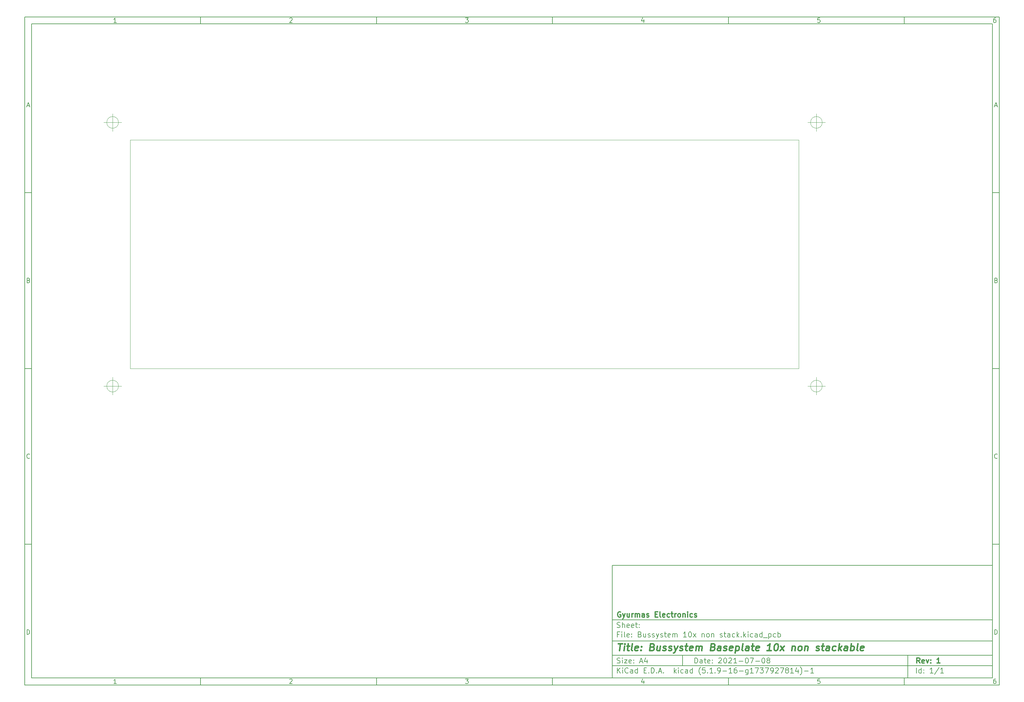
<source format=gbr>
%TF.GenerationSoftware,KiCad,Pcbnew,(5.1.9-16-g1737927814)-1*%
%TF.CreationDate,2021-07-08T15:56:40+02:00*%
%TF.ProjectId,Bussystem 10x non stack,42757373-7973-4746-956d-20313078206e,1*%
%TF.SameCoordinates,Original*%
%TF.FileFunction,Profile,NP*%
%FSLAX46Y46*%
G04 Gerber Fmt 4.6, Leading zero omitted, Abs format (unit mm)*
G04 Created by KiCad (PCBNEW (5.1.9-16-g1737927814)-1) date 2021-07-08 15:56:40*
%MOMM*%
%LPD*%
G01*
G04 APERTURE LIST*
%ADD10C,0.100000*%
%ADD11C,0.150000*%
%ADD12C,0.300000*%
%ADD13C,0.400000*%
%TA.AperFunction,Profile*%
%ADD14C,0.100000*%
%TD*%
G04 APERTURE END LIST*
D10*
D11*
X177002200Y-166007200D02*
X177002200Y-198007200D01*
X285002200Y-198007200D01*
X285002200Y-166007200D01*
X177002200Y-166007200D01*
D10*
D11*
X10000000Y-10000000D02*
X10000000Y-200007200D01*
X287002200Y-200007200D01*
X287002200Y-10000000D01*
X10000000Y-10000000D01*
D10*
D11*
X12000000Y-12000000D02*
X12000000Y-198007200D01*
X285002200Y-198007200D01*
X285002200Y-12000000D01*
X12000000Y-12000000D01*
D10*
D11*
X60000000Y-12000000D02*
X60000000Y-10000000D01*
D10*
D11*
X110000000Y-12000000D02*
X110000000Y-10000000D01*
D10*
D11*
X160000000Y-12000000D02*
X160000000Y-10000000D01*
D10*
D11*
X210000000Y-12000000D02*
X210000000Y-10000000D01*
D10*
D11*
X260000000Y-12000000D02*
X260000000Y-10000000D01*
D10*
D11*
X36065476Y-11588095D02*
X35322619Y-11588095D01*
X35694047Y-11588095D02*
X35694047Y-10288095D01*
X35570238Y-10473809D01*
X35446428Y-10597619D01*
X35322619Y-10659523D01*
D10*
D11*
X85322619Y-10411904D02*
X85384523Y-10350000D01*
X85508333Y-10288095D01*
X85817857Y-10288095D01*
X85941666Y-10350000D01*
X86003571Y-10411904D01*
X86065476Y-10535714D01*
X86065476Y-10659523D01*
X86003571Y-10845238D01*
X85260714Y-11588095D01*
X86065476Y-11588095D01*
D10*
D11*
X135260714Y-10288095D02*
X136065476Y-10288095D01*
X135632142Y-10783333D01*
X135817857Y-10783333D01*
X135941666Y-10845238D01*
X136003571Y-10907142D01*
X136065476Y-11030952D01*
X136065476Y-11340476D01*
X136003571Y-11464285D01*
X135941666Y-11526190D01*
X135817857Y-11588095D01*
X135446428Y-11588095D01*
X135322619Y-11526190D01*
X135260714Y-11464285D01*
D10*
D11*
X185941666Y-10721428D02*
X185941666Y-11588095D01*
X185632142Y-10226190D02*
X185322619Y-11154761D01*
X186127380Y-11154761D01*
D10*
D11*
X236003571Y-10288095D02*
X235384523Y-10288095D01*
X235322619Y-10907142D01*
X235384523Y-10845238D01*
X235508333Y-10783333D01*
X235817857Y-10783333D01*
X235941666Y-10845238D01*
X236003571Y-10907142D01*
X236065476Y-11030952D01*
X236065476Y-11340476D01*
X236003571Y-11464285D01*
X235941666Y-11526190D01*
X235817857Y-11588095D01*
X235508333Y-11588095D01*
X235384523Y-11526190D01*
X235322619Y-11464285D01*
D10*
D11*
X285941666Y-10288095D02*
X285694047Y-10288095D01*
X285570238Y-10350000D01*
X285508333Y-10411904D01*
X285384523Y-10597619D01*
X285322619Y-10845238D01*
X285322619Y-11340476D01*
X285384523Y-11464285D01*
X285446428Y-11526190D01*
X285570238Y-11588095D01*
X285817857Y-11588095D01*
X285941666Y-11526190D01*
X286003571Y-11464285D01*
X286065476Y-11340476D01*
X286065476Y-11030952D01*
X286003571Y-10907142D01*
X285941666Y-10845238D01*
X285817857Y-10783333D01*
X285570238Y-10783333D01*
X285446428Y-10845238D01*
X285384523Y-10907142D01*
X285322619Y-11030952D01*
D10*
D11*
X60000000Y-198007200D02*
X60000000Y-200007200D01*
D10*
D11*
X110000000Y-198007200D02*
X110000000Y-200007200D01*
D10*
D11*
X160000000Y-198007200D02*
X160000000Y-200007200D01*
D10*
D11*
X210000000Y-198007200D02*
X210000000Y-200007200D01*
D10*
D11*
X260000000Y-198007200D02*
X260000000Y-200007200D01*
D10*
D11*
X36065476Y-199595295D02*
X35322619Y-199595295D01*
X35694047Y-199595295D02*
X35694047Y-198295295D01*
X35570238Y-198481009D01*
X35446428Y-198604819D01*
X35322619Y-198666723D01*
D10*
D11*
X85322619Y-198419104D02*
X85384523Y-198357200D01*
X85508333Y-198295295D01*
X85817857Y-198295295D01*
X85941666Y-198357200D01*
X86003571Y-198419104D01*
X86065476Y-198542914D01*
X86065476Y-198666723D01*
X86003571Y-198852438D01*
X85260714Y-199595295D01*
X86065476Y-199595295D01*
D10*
D11*
X135260714Y-198295295D02*
X136065476Y-198295295D01*
X135632142Y-198790533D01*
X135817857Y-198790533D01*
X135941666Y-198852438D01*
X136003571Y-198914342D01*
X136065476Y-199038152D01*
X136065476Y-199347676D01*
X136003571Y-199471485D01*
X135941666Y-199533390D01*
X135817857Y-199595295D01*
X135446428Y-199595295D01*
X135322619Y-199533390D01*
X135260714Y-199471485D01*
D10*
D11*
X185941666Y-198728628D02*
X185941666Y-199595295D01*
X185632142Y-198233390D02*
X185322619Y-199161961D01*
X186127380Y-199161961D01*
D10*
D11*
X236003571Y-198295295D02*
X235384523Y-198295295D01*
X235322619Y-198914342D01*
X235384523Y-198852438D01*
X235508333Y-198790533D01*
X235817857Y-198790533D01*
X235941666Y-198852438D01*
X236003571Y-198914342D01*
X236065476Y-199038152D01*
X236065476Y-199347676D01*
X236003571Y-199471485D01*
X235941666Y-199533390D01*
X235817857Y-199595295D01*
X235508333Y-199595295D01*
X235384523Y-199533390D01*
X235322619Y-199471485D01*
D10*
D11*
X285941666Y-198295295D02*
X285694047Y-198295295D01*
X285570238Y-198357200D01*
X285508333Y-198419104D01*
X285384523Y-198604819D01*
X285322619Y-198852438D01*
X285322619Y-199347676D01*
X285384523Y-199471485D01*
X285446428Y-199533390D01*
X285570238Y-199595295D01*
X285817857Y-199595295D01*
X285941666Y-199533390D01*
X286003571Y-199471485D01*
X286065476Y-199347676D01*
X286065476Y-199038152D01*
X286003571Y-198914342D01*
X285941666Y-198852438D01*
X285817857Y-198790533D01*
X285570238Y-198790533D01*
X285446428Y-198852438D01*
X285384523Y-198914342D01*
X285322619Y-199038152D01*
D10*
D11*
X10000000Y-60000000D02*
X12000000Y-60000000D01*
D10*
D11*
X10000000Y-110000000D02*
X12000000Y-110000000D01*
D10*
D11*
X10000000Y-160000000D02*
X12000000Y-160000000D01*
D10*
D11*
X10690476Y-35216666D02*
X11309523Y-35216666D01*
X10566666Y-35588095D02*
X11000000Y-34288095D01*
X11433333Y-35588095D01*
D10*
D11*
X11092857Y-84907142D02*
X11278571Y-84969047D01*
X11340476Y-85030952D01*
X11402380Y-85154761D01*
X11402380Y-85340476D01*
X11340476Y-85464285D01*
X11278571Y-85526190D01*
X11154761Y-85588095D01*
X10659523Y-85588095D01*
X10659523Y-84288095D01*
X11092857Y-84288095D01*
X11216666Y-84350000D01*
X11278571Y-84411904D01*
X11340476Y-84535714D01*
X11340476Y-84659523D01*
X11278571Y-84783333D01*
X11216666Y-84845238D01*
X11092857Y-84907142D01*
X10659523Y-84907142D01*
D10*
D11*
X11402380Y-135464285D02*
X11340476Y-135526190D01*
X11154761Y-135588095D01*
X11030952Y-135588095D01*
X10845238Y-135526190D01*
X10721428Y-135402380D01*
X10659523Y-135278571D01*
X10597619Y-135030952D01*
X10597619Y-134845238D01*
X10659523Y-134597619D01*
X10721428Y-134473809D01*
X10845238Y-134350000D01*
X11030952Y-134288095D01*
X11154761Y-134288095D01*
X11340476Y-134350000D01*
X11402380Y-134411904D01*
D10*
D11*
X10659523Y-185588095D02*
X10659523Y-184288095D01*
X10969047Y-184288095D01*
X11154761Y-184350000D01*
X11278571Y-184473809D01*
X11340476Y-184597619D01*
X11402380Y-184845238D01*
X11402380Y-185030952D01*
X11340476Y-185278571D01*
X11278571Y-185402380D01*
X11154761Y-185526190D01*
X10969047Y-185588095D01*
X10659523Y-185588095D01*
D10*
D11*
X287002200Y-60000000D02*
X285002200Y-60000000D01*
D10*
D11*
X287002200Y-110000000D02*
X285002200Y-110000000D01*
D10*
D11*
X287002200Y-160000000D02*
X285002200Y-160000000D01*
D10*
D11*
X285692676Y-35216666D02*
X286311723Y-35216666D01*
X285568866Y-35588095D02*
X286002200Y-34288095D01*
X286435533Y-35588095D01*
D10*
D11*
X286095057Y-84907142D02*
X286280771Y-84969047D01*
X286342676Y-85030952D01*
X286404580Y-85154761D01*
X286404580Y-85340476D01*
X286342676Y-85464285D01*
X286280771Y-85526190D01*
X286156961Y-85588095D01*
X285661723Y-85588095D01*
X285661723Y-84288095D01*
X286095057Y-84288095D01*
X286218866Y-84350000D01*
X286280771Y-84411904D01*
X286342676Y-84535714D01*
X286342676Y-84659523D01*
X286280771Y-84783333D01*
X286218866Y-84845238D01*
X286095057Y-84907142D01*
X285661723Y-84907142D01*
D10*
D11*
X286404580Y-135464285D02*
X286342676Y-135526190D01*
X286156961Y-135588095D01*
X286033152Y-135588095D01*
X285847438Y-135526190D01*
X285723628Y-135402380D01*
X285661723Y-135278571D01*
X285599819Y-135030952D01*
X285599819Y-134845238D01*
X285661723Y-134597619D01*
X285723628Y-134473809D01*
X285847438Y-134350000D01*
X286033152Y-134288095D01*
X286156961Y-134288095D01*
X286342676Y-134350000D01*
X286404580Y-134411904D01*
D10*
D11*
X285661723Y-185588095D02*
X285661723Y-184288095D01*
X285971247Y-184288095D01*
X286156961Y-184350000D01*
X286280771Y-184473809D01*
X286342676Y-184597619D01*
X286404580Y-184845238D01*
X286404580Y-185030952D01*
X286342676Y-185278571D01*
X286280771Y-185402380D01*
X286156961Y-185526190D01*
X285971247Y-185588095D01*
X285661723Y-185588095D01*
D10*
D11*
X200434342Y-193785771D02*
X200434342Y-192285771D01*
X200791485Y-192285771D01*
X201005771Y-192357200D01*
X201148628Y-192500057D01*
X201220057Y-192642914D01*
X201291485Y-192928628D01*
X201291485Y-193142914D01*
X201220057Y-193428628D01*
X201148628Y-193571485D01*
X201005771Y-193714342D01*
X200791485Y-193785771D01*
X200434342Y-193785771D01*
X202577200Y-193785771D02*
X202577200Y-193000057D01*
X202505771Y-192857200D01*
X202362914Y-192785771D01*
X202077200Y-192785771D01*
X201934342Y-192857200D01*
X202577200Y-193714342D02*
X202434342Y-193785771D01*
X202077200Y-193785771D01*
X201934342Y-193714342D01*
X201862914Y-193571485D01*
X201862914Y-193428628D01*
X201934342Y-193285771D01*
X202077200Y-193214342D01*
X202434342Y-193214342D01*
X202577200Y-193142914D01*
X203077200Y-192785771D02*
X203648628Y-192785771D01*
X203291485Y-192285771D02*
X203291485Y-193571485D01*
X203362914Y-193714342D01*
X203505771Y-193785771D01*
X203648628Y-193785771D01*
X204720057Y-193714342D02*
X204577200Y-193785771D01*
X204291485Y-193785771D01*
X204148628Y-193714342D01*
X204077200Y-193571485D01*
X204077200Y-193000057D01*
X204148628Y-192857200D01*
X204291485Y-192785771D01*
X204577200Y-192785771D01*
X204720057Y-192857200D01*
X204791485Y-193000057D01*
X204791485Y-193142914D01*
X204077200Y-193285771D01*
X205434342Y-193642914D02*
X205505771Y-193714342D01*
X205434342Y-193785771D01*
X205362914Y-193714342D01*
X205434342Y-193642914D01*
X205434342Y-193785771D01*
X205434342Y-192857200D02*
X205505771Y-192928628D01*
X205434342Y-193000057D01*
X205362914Y-192928628D01*
X205434342Y-192857200D01*
X205434342Y-193000057D01*
X207220057Y-192428628D02*
X207291485Y-192357200D01*
X207434342Y-192285771D01*
X207791485Y-192285771D01*
X207934342Y-192357200D01*
X208005771Y-192428628D01*
X208077200Y-192571485D01*
X208077200Y-192714342D01*
X208005771Y-192928628D01*
X207148628Y-193785771D01*
X208077200Y-193785771D01*
X209005771Y-192285771D02*
X209148628Y-192285771D01*
X209291485Y-192357200D01*
X209362914Y-192428628D01*
X209434342Y-192571485D01*
X209505771Y-192857200D01*
X209505771Y-193214342D01*
X209434342Y-193500057D01*
X209362914Y-193642914D01*
X209291485Y-193714342D01*
X209148628Y-193785771D01*
X209005771Y-193785771D01*
X208862914Y-193714342D01*
X208791485Y-193642914D01*
X208720057Y-193500057D01*
X208648628Y-193214342D01*
X208648628Y-192857200D01*
X208720057Y-192571485D01*
X208791485Y-192428628D01*
X208862914Y-192357200D01*
X209005771Y-192285771D01*
X210077200Y-192428628D02*
X210148628Y-192357200D01*
X210291485Y-192285771D01*
X210648628Y-192285771D01*
X210791485Y-192357200D01*
X210862914Y-192428628D01*
X210934342Y-192571485D01*
X210934342Y-192714342D01*
X210862914Y-192928628D01*
X210005771Y-193785771D01*
X210934342Y-193785771D01*
X212362914Y-193785771D02*
X211505771Y-193785771D01*
X211934342Y-193785771D02*
X211934342Y-192285771D01*
X211791485Y-192500057D01*
X211648628Y-192642914D01*
X211505771Y-192714342D01*
X213005771Y-193214342D02*
X214148628Y-193214342D01*
X215148628Y-192285771D02*
X215291485Y-192285771D01*
X215434342Y-192357200D01*
X215505771Y-192428628D01*
X215577200Y-192571485D01*
X215648628Y-192857200D01*
X215648628Y-193214342D01*
X215577200Y-193500057D01*
X215505771Y-193642914D01*
X215434342Y-193714342D01*
X215291485Y-193785771D01*
X215148628Y-193785771D01*
X215005771Y-193714342D01*
X214934342Y-193642914D01*
X214862914Y-193500057D01*
X214791485Y-193214342D01*
X214791485Y-192857200D01*
X214862914Y-192571485D01*
X214934342Y-192428628D01*
X215005771Y-192357200D01*
X215148628Y-192285771D01*
X216148628Y-192285771D02*
X217148628Y-192285771D01*
X216505771Y-193785771D01*
X217720057Y-193214342D02*
X218862914Y-193214342D01*
X219862914Y-192285771D02*
X220005771Y-192285771D01*
X220148628Y-192357200D01*
X220220057Y-192428628D01*
X220291485Y-192571485D01*
X220362914Y-192857200D01*
X220362914Y-193214342D01*
X220291485Y-193500057D01*
X220220057Y-193642914D01*
X220148628Y-193714342D01*
X220005771Y-193785771D01*
X219862914Y-193785771D01*
X219720057Y-193714342D01*
X219648628Y-193642914D01*
X219577200Y-193500057D01*
X219505771Y-193214342D01*
X219505771Y-192857200D01*
X219577200Y-192571485D01*
X219648628Y-192428628D01*
X219720057Y-192357200D01*
X219862914Y-192285771D01*
X221220057Y-192928628D02*
X221077200Y-192857200D01*
X221005771Y-192785771D01*
X220934342Y-192642914D01*
X220934342Y-192571485D01*
X221005771Y-192428628D01*
X221077200Y-192357200D01*
X221220057Y-192285771D01*
X221505771Y-192285771D01*
X221648628Y-192357200D01*
X221720057Y-192428628D01*
X221791485Y-192571485D01*
X221791485Y-192642914D01*
X221720057Y-192785771D01*
X221648628Y-192857200D01*
X221505771Y-192928628D01*
X221220057Y-192928628D01*
X221077200Y-193000057D01*
X221005771Y-193071485D01*
X220934342Y-193214342D01*
X220934342Y-193500057D01*
X221005771Y-193642914D01*
X221077200Y-193714342D01*
X221220057Y-193785771D01*
X221505771Y-193785771D01*
X221648628Y-193714342D01*
X221720057Y-193642914D01*
X221791485Y-193500057D01*
X221791485Y-193214342D01*
X221720057Y-193071485D01*
X221648628Y-193000057D01*
X221505771Y-192928628D01*
D10*
D11*
X177002200Y-194507200D02*
X285002200Y-194507200D01*
D10*
D11*
X178434342Y-196585771D02*
X178434342Y-195085771D01*
X179291485Y-196585771D02*
X178648628Y-195728628D01*
X179291485Y-195085771D02*
X178434342Y-195942914D01*
X179934342Y-196585771D02*
X179934342Y-195585771D01*
X179934342Y-195085771D02*
X179862914Y-195157200D01*
X179934342Y-195228628D01*
X180005771Y-195157200D01*
X179934342Y-195085771D01*
X179934342Y-195228628D01*
X181505771Y-196442914D02*
X181434342Y-196514342D01*
X181220057Y-196585771D01*
X181077200Y-196585771D01*
X180862914Y-196514342D01*
X180720057Y-196371485D01*
X180648628Y-196228628D01*
X180577200Y-195942914D01*
X180577200Y-195728628D01*
X180648628Y-195442914D01*
X180720057Y-195300057D01*
X180862914Y-195157200D01*
X181077200Y-195085771D01*
X181220057Y-195085771D01*
X181434342Y-195157200D01*
X181505771Y-195228628D01*
X182791485Y-196585771D02*
X182791485Y-195800057D01*
X182720057Y-195657200D01*
X182577200Y-195585771D01*
X182291485Y-195585771D01*
X182148628Y-195657200D01*
X182791485Y-196514342D02*
X182648628Y-196585771D01*
X182291485Y-196585771D01*
X182148628Y-196514342D01*
X182077200Y-196371485D01*
X182077200Y-196228628D01*
X182148628Y-196085771D01*
X182291485Y-196014342D01*
X182648628Y-196014342D01*
X182791485Y-195942914D01*
X184148628Y-196585771D02*
X184148628Y-195085771D01*
X184148628Y-196514342D02*
X184005771Y-196585771D01*
X183720057Y-196585771D01*
X183577200Y-196514342D01*
X183505771Y-196442914D01*
X183434342Y-196300057D01*
X183434342Y-195871485D01*
X183505771Y-195728628D01*
X183577200Y-195657200D01*
X183720057Y-195585771D01*
X184005771Y-195585771D01*
X184148628Y-195657200D01*
X186005771Y-195800057D02*
X186505771Y-195800057D01*
X186720057Y-196585771D02*
X186005771Y-196585771D01*
X186005771Y-195085771D01*
X186720057Y-195085771D01*
X187362914Y-196442914D02*
X187434342Y-196514342D01*
X187362914Y-196585771D01*
X187291485Y-196514342D01*
X187362914Y-196442914D01*
X187362914Y-196585771D01*
X188077200Y-196585771D02*
X188077200Y-195085771D01*
X188434342Y-195085771D01*
X188648628Y-195157200D01*
X188791485Y-195300057D01*
X188862914Y-195442914D01*
X188934342Y-195728628D01*
X188934342Y-195942914D01*
X188862914Y-196228628D01*
X188791485Y-196371485D01*
X188648628Y-196514342D01*
X188434342Y-196585771D01*
X188077200Y-196585771D01*
X189577200Y-196442914D02*
X189648628Y-196514342D01*
X189577200Y-196585771D01*
X189505771Y-196514342D01*
X189577200Y-196442914D01*
X189577200Y-196585771D01*
X190220057Y-196157200D02*
X190934342Y-196157200D01*
X190077200Y-196585771D02*
X190577200Y-195085771D01*
X191077200Y-196585771D01*
X191577200Y-196442914D02*
X191648628Y-196514342D01*
X191577200Y-196585771D01*
X191505771Y-196514342D01*
X191577200Y-196442914D01*
X191577200Y-196585771D01*
X194577200Y-196585771D02*
X194577200Y-195085771D01*
X194720057Y-196014342D02*
X195148628Y-196585771D01*
X195148628Y-195585771D02*
X194577200Y-196157200D01*
X195791485Y-196585771D02*
X195791485Y-195585771D01*
X195791485Y-195085771D02*
X195720057Y-195157200D01*
X195791485Y-195228628D01*
X195862914Y-195157200D01*
X195791485Y-195085771D01*
X195791485Y-195228628D01*
X197148628Y-196514342D02*
X197005771Y-196585771D01*
X196720057Y-196585771D01*
X196577200Y-196514342D01*
X196505771Y-196442914D01*
X196434342Y-196300057D01*
X196434342Y-195871485D01*
X196505771Y-195728628D01*
X196577200Y-195657200D01*
X196720057Y-195585771D01*
X197005771Y-195585771D01*
X197148628Y-195657200D01*
X198434342Y-196585771D02*
X198434342Y-195800057D01*
X198362914Y-195657200D01*
X198220057Y-195585771D01*
X197934342Y-195585771D01*
X197791485Y-195657200D01*
X198434342Y-196514342D02*
X198291485Y-196585771D01*
X197934342Y-196585771D01*
X197791485Y-196514342D01*
X197720057Y-196371485D01*
X197720057Y-196228628D01*
X197791485Y-196085771D01*
X197934342Y-196014342D01*
X198291485Y-196014342D01*
X198434342Y-195942914D01*
X199791485Y-196585771D02*
X199791485Y-195085771D01*
X199791485Y-196514342D02*
X199648628Y-196585771D01*
X199362914Y-196585771D01*
X199220057Y-196514342D01*
X199148628Y-196442914D01*
X199077200Y-196300057D01*
X199077200Y-195871485D01*
X199148628Y-195728628D01*
X199220057Y-195657200D01*
X199362914Y-195585771D01*
X199648628Y-195585771D01*
X199791485Y-195657200D01*
X202077200Y-197157200D02*
X202005771Y-197085771D01*
X201862914Y-196871485D01*
X201791485Y-196728628D01*
X201720057Y-196514342D01*
X201648628Y-196157200D01*
X201648628Y-195871485D01*
X201720057Y-195514342D01*
X201791485Y-195300057D01*
X201862914Y-195157200D01*
X202005771Y-194942914D01*
X202077200Y-194871485D01*
X203362914Y-195085771D02*
X202648628Y-195085771D01*
X202577200Y-195800057D01*
X202648628Y-195728628D01*
X202791485Y-195657200D01*
X203148628Y-195657200D01*
X203291485Y-195728628D01*
X203362914Y-195800057D01*
X203434342Y-195942914D01*
X203434342Y-196300057D01*
X203362914Y-196442914D01*
X203291485Y-196514342D01*
X203148628Y-196585771D01*
X202791485Y-196585771D01*
X202648628Y-196514342D01*
X202577200Y-196442914D01*
X204077200Y-196442914D02*
X204148628Y-196514342D01*
X204077200Y-196585771D01*
X204005771Y-196514342D01*
X204077200Y-196442914D01*
X204077200Y-196585771D01*
X205577200Y-196585771D02*
X204720057Y-196585771D01*
X205148628Y-196585771D02*
X205148628Y-195085771D01*
X205005771Y-195300057D01*
X204862914Y-195442914D01*
X204720057Y-195514342D01*
X206220057Y-196442914D02*
X206291485Y-196514342D01*
X206220057Y-196585771D01*
X206148628Y-196514342D01*
X206220057Y-196442914D01*
X206220057Y-196585771D01*
X207005771Y-196585771D02*
X207291485Y-196585771D01*
X207434342Y-196514342D01*
X207505771Y-196442914D01*
X207648628Y-196228628D01*
X207720057Y-195942914D01*
X207720057Y-195371485D01*
X207648628Y-195228628D01*
X207577200Y-195157200D01*
X207434342Y-195085771D01*
X207148628Y-195085771D01*
X207005771Y-195157200D01*
X206934342Y-195228628D01*
X206862914Y-195371485D01*
X206862914Y-195728628D01*
X206934342Y-195871485D01*
X207005771Y-195942914D01*
X207148628Y-196014342D01*
X207434342Y-196014342D01*
X207577200Y-195942914D01*
X207648628Y-195871485D01*
X207720057Y-195728628D01*
X208362914Y-196014342D02*
X209505771Y-196014342D01*
X211005771Y-196585771D02*
X210148628Y-196585771D01*
X210577200Y-196585771D02*
X210577200Y-195085771D01*
X210434342Y-195300057D01*
X210291485Y-195442914D01*
X210148628Y-195514342D01*
X212291485Y-195085771D02*
X212005771Y-195085771D01*
X211862914Y-195157200D01*
X211791485Y-195228628D01*
X211648628Y-195442914D01*
X211577200Y-195728628D01*
X211577200Y-196300057D01*
X211648628Y-196442914D01*
X211720057Y-196514342D01*
X211862914Y-196585771D01*
X212148628Y-196585771D01*
X212291485Y-196514342D01*
X212362914Y-196442914D01*
X212434342Y-196300057D01*
X212434342Y-195942914D01*
X212362914Y-195800057D01*
X212291485Y-195728628D01*
X212148628Y-195657200D01*
X211862914Y-195657200D01*
X211720057Y-195728628D01*
X211648628Y-195800057D01*
X211577200Y-195942914D01*
X213077200Y-196014342D02*
X214220057Y-196014342D01*
X215577200Y-195585771D02*
X215577200Y-196800057D01*
X215505771Y-196942914D01*
X215434342Y-197014342D01*
X215291485Y-197085771D01*
X215077200Y-197085771D01*
X214934342Y-197014342D01*
X215577200Y-196514342D02*
X215434342Y-196585771D01*
X215148628Y-196585771D01*
X215005771Y-196514342D01*
X214934342Y-196442914D01*
X214862914Y-196300057D01*
X214862914Y-195871485D01*
X214934342Y-195728628D01*
X215005771Y-195657200D01*
X215148628Y-195585771D01*
X215434342Y-195585771D01*
X215577200Y-195657200D01*
X217077200Y-196585771D02*
X216220057Y-196585771D01*
X216648628Y-196585771D02*
X216648628Y-195085771D01*
X216505771Y-195300057D01*
X216362914Y-195442914D01*
X216220057Y-195514342D01*
X217577200Y-195085771D02*
X218577200Y-195085771D01*
X217934342Y-196585771D01*
X219005771Y-195085771D02*
X219934342Y-195085771D01*
X219434342Y-195657200D01*
X219648628Y-195657200D01*
X219791485Y-195728628D01*
X219862914Y-195800057D01*
X219934342Y-195942914D01*
X219934342Y-196300057D01*
X219862914Y-196442914D01*
X219791485Y-196514342D01*
X219648628Y-196585771D01*
X219220057Y-196585771D01*
X219077200Y-196514342D01*
X219005771Y-196442914D01*
X220434342Y-195085771D02*
X221434342Y-195085771D01*
X220791485Y-196585771D01*
X222077200Y-196585771D02*
X222362914Y-196585771D01*
X222505771Y-196514342D01*
X222577200Y-196442914D01*
X222720057Y-196228628D01*
X222791485Y-195942914D01*
X222791485Y-195371485D01*
X222720057Y-195228628D01*
X222648628Y-195157200D01*
X222505771Y-195085771D01*
X222220057Y-195085771D01*
X222077200Y-195157200D01*
X222005771Y-195228628D01*
X221934342Y-195371485D01*
X221934342Y-195728628D01*
X222005771Y-195871485D01*
X222077200Y-195942914D01*
X222220057Y-196014342D01*
X222505771Y-196014342D01*
X222648628Y-195942914D01*
X222720057Y-195871485D01*
X222791485Y-195728628D01*
X223362914Y-195228628D02*
X223434342Y-195157200D01*
X223577200Y-195085771D01*
X223934342Y-195085771D01*
X224077200Y-195157200D01*
X224148628Y-195228628D01*
X224220057Y-195371485D01*
X224220057Y-195514342D01*
X224148628Y-195728628D01*
X223291485Y-196585771D01*
X224220057Y-196585771D01*
X224720057Y-195085771D02*
X225720057Y-195085771D01*
X225077200Y-196585771D01*
X226505771Y-195728628D02*
X226362914Y-195657200D01*
X226291485Y-195585771D01*
X226220057Y-195442914D01*
X226220057Y-195371485D01*
X226291485Y-195228628D01*
X226362914Y-195157200D01*
X226505771Y-195085771D01*
X226791485Y-195085771D01*
X226934342Y-195157200D01*
X227005771Y-195228628D01*
X227077199Y-195371485D01*
X227077199Y-195442914D01*
X227005771Y-195585771D01*
X226934342Y-195657200D01*
X226791485Y-195728628D01*
X226505771Y-195728628D01*
X226362914Y-195800057D01*
X226291485Y-195871485D01*
X226220057Y-196014342D01*
X226220057Y-196300057D01*
X226291485Y-196442914D01*
X226362914Y-196514342D01*
X226505771Y-196585771D01*
X226791485Y-196585771D01*
X226934342Y-196514342D01*
X227005771Y-196442914D01*
X227077199Y-196300057D01*
X227077199Y-196014342D01*
X227005771Y-195871485D01*
X226934342Y-195800057D01*
X226791485Y-195728628D01*
X228505771Y-196585771D02*
X227648628Y-196585771D01*
X228077199Y-196585771D02*
X228077199Y-195085771D01*
X227934342Y-195300057D01*
X227791485Y-195442914D01*
X227648628Y-195514342D01*
X229791485Y-195585771D02*
X229791485Y-196585771D01*
X229434342Y-195014342D02*
X229077199Y-196085771D01*
X230005771Y-196085771D01*
X230434342Y-197157200D02*
X230505771Y-197085771D01*
X230648628Y-196871485D01*
X230720057Y-196728628D01*
X230791485Y-196514342D01*
X230862914Y-196157200D01*
X230862914Y-195871485D01*
X230791485Y-195514342D01*
X230720057Y-195300057D01*
X230648628Y-195157200D01*
X230505771Y-194942914D01*
X230434342Y-194871485D01*
X231577199Y-196014342D02*
X232720057Y-196014342D01*
X234220057Y-196585771D02*
X233362914Y-196585771D01*
X233791485Y-196585771D02*
X233791485Y-195085771D01*
X233648628Y-195300057D01*
X233505771Y-195442914D01*
X233362914Y-195514342D01*
D10*
D11*
X177002200Y-191507200D02*
X285002200Y-191507200D01*
D10*
D12*
X264411485Y-193785771D02*
X263911485Y-193071485D01*
X263554342Y-193785771D02*
X263554342Y-192285771D01*
X264125771Y-192285771D01*
X264268628Y-192357200D01*
X264340057Y-192428628D01*
X264411485Y-192571485D01*
X264411485Y-192785771D01*
X264340057Y-192928628D01*
X264268628Y-193000057D01*
X264125771Y-193071485D01*
X263554342Y-193071485D01*
X265625771Y-193714342D02*
X265482914Y-193785771D01*
X265197200Y-193785771D01*
X265054342Y-193714342D01*
X264982914Y-193571485D01*
X264982914Y-193000057D01*
X265054342Y-192857200D01*
X265197200Y-192785771D01*
X265482914Y-192785771D01*
X265625771Y-192857200D01*
X265697200Y-193000057D01*
X265697200Y-193142914D01*
X264982914Y-193285771D01*
X266197200Y-192785771D02*
X266554342Y-193785771D01*
X266911485Y-192785771D01*
X267482914Y-193642914D02*
X267554342Y-193714342D01*
X267482914Y-193785771D01*
X267411485Y-193714342D01*
X267482914Y-193642914D01*
X267482914Y-193785771D01*
X267482914Y-192857200D02*
X267554342Y-192928628D01*
X267482914Y-193000057D01*
X267411485Y-192928628D01*
X267482914Y-192857200D01*
X267482914Y-193000057D01*
X270125771Y-193785771D02*
X269268628Y-193785771D01*
X269697200Y-193785771D02*
X269697200Y-192285771D01*
X269554342Y-192500057D01*
X269411485Y-192642914D01*
X269268628Y-192714342D01*
D10*
D11*
X178362914Y-193714342D02*
X178577200Y-193785771D01*
X178934342Y-193785771D01*
X179077200Y-193714342D01*
X179148628Y-193642914D01*
X179220057Y-193500057D01*
X179220057Y-193357200D01*
X179148628Y-193214342D01*
X179077200Y-193142914D01*
X178934342Y-193071485D01*
X178648628Y-193000057D01*
X178505771Y-192928628D01*
X178434342Y-192857200D01*
X178362914Y-192714342D01*
X178362914Y-192571485D01*
X178434342Y-192428628D01*
X178505771Y-192357200D01*
X178648628Y-192285771D01*
X179005771Y-192285771D01*
X179220057Y-192357200D01*
X179862914Y-193785771D02*
X179862914Y-192785771D01*
X179862914Y-192285771D02*
X179791485Y-192357200D01*
X179862914Y-192428628D01*
X179934342Y-192357200D01*
X179862914Y-192285771D01*
X179862914Y-192428628D01*
X180434342Y-192785771D02*
X181220057Y-192785771D01*
X180434342Y-193785771D01*
X181220057Y-193785771D01*
X182362914Y-193714342D02*
X182220057Y-193785771D01*
X181934342Y-193785771D01*
X181791485Y-193714342D01*
X181720057Y-193571485D01*
X181720057Y-193000057D01*
X181791485Y-192857200D01*
X181934342Y-192785771D01*
X182220057Y-192785771D01*
X182362914Y-192857200D01*
X182434342Y-193000057D01*
X182434342Y-193142914D01*
X181720057Y-193285771D01*
X183077200Y-193642914D02*
X183148628Y-193714342D01*
X183077200Y-193785771D01*
X183005771Y-193714342D01*
X183077200Y-193642914D01*
X183077200Y-193785771D01*
X183077200Y-192857200D02*
X183148628Y-192928628D01*
X183077200Y-193000057D01*
X183005771Y-192928628D01*
X183077200Y-192857200D01*
X183077200Y-193000057D01*
X184862914Y-193357200D02*
X185577200Y-193357200D01*
X184720057Y-193785771D02*
X185220057Y-192285771D01*
X185720057Y-193785771D01*
X186862914Y-192785771D02*
X186862914Y-193785771D01*
X186505771Y-192214342D02*
X186148628Y-193285771D01*
X187077200Y-193285771D01*
D10*
D11*
X263434342Y-196585771D02*
X263434342Y-195085771D01*
X264791485Y-196585771D02*
X264791485Y-195085771D01*
X264791485Y-196514342D02*
X264648628Y-196585771D01*
X264362914Y-196585771D01*
X264220057Y-196514342D01*
X264148628Y-196442914D01*
X264077200Y-196300057D01*
X264077200Y-195871485D01*
X264148628Y-195728628D01*
X264220057Y-195657200D01*
X264362914Y-195585771D01*
X264648628Y-195585771D01*
X264791485Y-195657200D01*
X265505771Y-196442914D02*
X265577200Y-196514342D01*
X265505771Y-196585771D01*
X265434342Y-196514342D01*
X265505771Y-196442914D01*
X265505771Y-196585771D01*
X265505771Y-195657200D02*
X265577200Y-195728628D01*
X265505771Y-195800057D01*
X265434342Y-195728628D01*
X265505771Y-195657200D01*
X265505771Y-195800057D01*
X268148628Y-196585771D02*
X267291485Y-196585771D01*
X267720057Y-196585771D02*
X267720057Y-195085771D01*
X267577200Y-195300057D01*
X267434342Y-195442914D01*
X267291485Y-195514342D01*
X269862914Y-195014342D02*
X268577200Y-196942914D01*
X271148628Y-196585771D02*
X270291485Y-196585771D01*
X270720057Y-196585771D02*
X270720057Y-195085771D01*
X270577200Y-195300057D01*
X270434342Y-195442914D01*
X270291485Y-195514342D01*
D10*
D11*
X177002200Y-187507200D02*
X285002200Y-187507200D01*
D10*
D13*
X178714580Y-188211961D02*
X179857438Y-188211961D01*
X179036009Y-190211961D02*
X179286009Y-188211961D01*
X180274104Y-190211961D02*
X180440771Y-188878628D01*
X180524104Y-188211961D02*
X180416961Y-188307200D01*
X180500295Y-188402438D01*
X180607438Y-188307200D01*
X180524104Y-188211961D01*
X180500295Y-188402438D01*
X181107438Y-188878628D02*
X181869342Y-188878628D01*
X181476485Y-188211961D02*
X181262200Y-189926247D01*
X181333628Y-190116723D01*
X181512200Y-190211961D01*
X181702676Y-190211961D01*
X182655057Y-190211961D02*
X182476485Y-190116723D01*
X182405057Y-189926247D01*
X182619342Y-188211961D01*
X184190771Y-190116723D02*
X183988390Y-190211961D01*
X183607438Y-190211961D01*
X183428866Y-190116723D01*
X183357438Y-189926247D01*
X183452676Y-189164342D01*
X183571723Y-188973866D01*
X183774104Y-188878628D01*
X184155057Y-188878628D01*
X184333628Y-188973866D01*
X184405057Y-189164342D01*
X184381247Y-189354819D01*
X183405057Y-189545295D01*
X185155057Y-190021485D02*
X185238390Y-190116723D01*
X185131247Y-190211961D01*
X185047914Y-190116723D01*
X185155057Y-190021485D01*
X185131247Y-190211961D01*
X185286009Y-188973866D02*
X185369342Y-189069104D01*
X185262200Y-189164342D01*
X185178866Y-189069104D01*
X185286009Y-188973866D01*
X185262200Y-189164342D01*
X188405057Y-189164342D02*
X188678866Y-189259580D01*
X188762200Y-189354819D01*
X188833628Y-189545295D01*
X188797914Y-189831009D01*
X188678866Y-190021485D01*
X188571723Y-190116723D01*
X188369342Y-190211961D01*
X187607438Y-190211961D01*
X187857438Y-188211961D01*
X188524104Y-188211961D01*
X188702676Y-188307200D01*
X188786009Y-188402438D01*
X188857438Y-188592914D01*
X188833628Y-188783390D01*
X188714580Y-188973866D01*
X188607438Y-189069104D01*
X188405057Y-189164342D01*
X187738390Y-189164342D01*
X190631247Y-188878628D02*
X190464580Y-190211961D01*
X189774104Y-188878628D02*
X189643152Y-189926247D01*
X189714580Y-190116723D01*
X189893152Y-190211961D01*
X190178866Y-190211961D01*
X190381247Y-190116723D01*
X190488390Y-190021485D01*
X191333628Y-190116723D02*
X191512200Y-190211961D01*
X191893152Y-190211961D01*
X192095533Y-190116723D01*
X192214580Y-189926247D01*
X192226485Y-189831009D01*
X192155057Y-189640533D01*
X191976485Y-189545295D01*
X191690771Y-189545295D01*
X191512200Y-189450057D01*
X191440771Y-189259580D01*
X191452676Y-189164342D01*
X191571723Y-188973866D01*
X191774104Y-188878628D01*
X192059819Y-188878628D01*
X192238390Y-188973866D01*
X192952676Y-190116723D02*
X193131247Y-190211961D01*
X193512200Y-190211961D01*
X193714580Y-190116723D01*
X193833628Y-189926247D01*
X193845533Y-189831009D01*
X193774104Y-189640533D01*
X193595533Y-189545295D01*
X193309819Y-189545295D01*
X193131247Y-189450057D01*
X193059819Y-189259580D01*
X193071723Y-189164342D01*
X193190771Y-188973866D01*
X193393152Y-188878628D01*
X193678866Y-188878628D01*
X193857438Y-188973866D01*
X194631247Y-188878628D02*
X194940771Y-190211961D01*
X195583628Y-188878628D02*
X194940771Y-190211961D01*
X194690771Y-190688152D01*
X194583628Y-190783390D01*
X194381247Y-190878628D01*
X196095533Y-190116723D02*
X196274104Y-190211961D01*
X196655057Y-190211961D01*
X196857438Y-190116723D01*
X196976485Y-189926247D01*
X196988390Y-189831009D01*
X196916961Y-189640533D01*
X196738390Y-189545295D01*
X196452676Y-189545295D01*
X196274104Y-189450057D01*
X196202676Y-189259580D01*
X196214580Y-189164342D01*
X196333628Y-188973866D01*
X196536009Y-188878628D01*
X196821723Y-188878628D01*
X197000295Y-188973866D01*
X197678866Y-188878628D02*
X198440771Y-188878628D01*
X198047914Y-188211961D02*
X197833628Y-189926247D01*
X197905057Y-190116723D01*
X198083628Y-190211961D01*
X198274104Y-190211961D01*
X199714580Y-190116723D02*
X199512200Y-190211961D01*
X199131247Y-190211961D01*
X198952676Y-190116723D01*
X198881247Y-189926247D01*
X198976485Y-189164342D01*
X199095533Y-188973866D01*
X199297914Y-188878628D01*
X199678866Y-188878628D01*
X199857438Y-188973866D01*
X199928866Y-189164342D01*
X199905057Y-189354819D01*
X198928866Y-189545295D01*
X200655057Y-190211961D02*
X200821723Y-188878628D01*
X200797914Y-189069104D02*
X200905057Y-188973866D01*
X201107438Y-188878628D01*
X201393152Y-188878628D01*
X201571723Y-188973866D01*
X201643152Y-189164342D01*
X201512200Y-190211961D01*
X201643152Y-189164342D02*
X201762200Y-188973866D01*
X201964580Y-188878628D01*
X202250295Y-188878628D01*
X202428866Y-188973866D01*
X202500295Y-189164342D01*
X202369342Y-190211961D01*
X205643152Y-189164342D02*
X205916961Y-189259580D01*
X206000295Y-189354819D01*
X206071723Y-189545295D01*
X206036009Y-189831009D01*
X205916961Y-190021485D01*
X205809819Y-190116723D01*
X205607438Y-190211961D01*
X204845533Y-190211961D01*
X205095533Y-188211961D01*
X205762200Y-188211961D01*
X205940771Y-188307200D01*
X206024104Y-188402438D01*
X206095533Y-188592914D01*
X206071723Y-188783390D01*
X205952676Y-188973866D01*
X205845533Y-189069104D01*
X205643152Y-189164342D01*
X204976485Y-189164342D01*
X207702676Y-190211961D02*
X207833628Y-189164342D01*
X207762200Y-188973866D01*
X207583628Y-188878628D01*
X207202676Y-188878628D01*
X207000295Y-188973866D01*
X207714580Y-190116723D02*
X207512200Y-190211961D01*
X207036009Y-190211961D01*
X206857438Y-190116723D01*
X206786009Y-189926247D01*
X206809819Y-189735771D01*
X206928866Y-189545295D01*
X207131247Y-189450057D01*
X207607438Y-189450057D01*
X207809819Y-189354819D01*
X208571723Y-190116723D02*
X208750295Y-190211961D01*
X209131247Y-190211961D01*
X209333628Y-190116723D01*
X209452676Y-189926247D01*
X209464580Y-189831009D01*
X209393152Y-189640533D01*
X209214580Y-189545295D01*
X208928866Y-189545295D01*
X208750295Y-189450057D01*
X208678866Y-189259580D01*
X208690771Y-189164342D01*
X208809819Y-188973866D01*
X209012200Y-188878628D01*
X209297914Y-188878628D01*
X209476485Y-188973866D01*
X211047914Y-190116723D02*
X210845533Y-190211961D01*
X210464580Y-190211961D01*
X210286009Y-190116723D01*
X210214580Y-189926247D01*
X210309819Y-189164342D01*
X210428866Y-188973866D01*
X210631247Y-188878628D01*
X211012200Y-188878628D01*
X211190771Y-188973866D01*
X211262200Y-189164342D01*
X211238390Y-189354819D01*
X210262200Y-189545295D01*
X212155057Y-188878628D02*
X211905057Y-190878628D01*
X212143152Y-188973866D02*
X212345533Y-188878628D01*
X212726485Y-188878628D01*
X212905057Y-188973866D01*
X212988390Y-189069104D01*
X213059819Y-189259580D01*
X212988390Y-189831009D01*
X212869342Y-190021485D01*
X212762200Y-190116723D01*
X212559819Y-190211961D01*
X212178866Y-190211961D01*
X212000295Y-190116723D01*
X214083628Y-190211961D02*
X213905057Y-190116723D01*
X213833628Y-189926247D01*
X214047914Y-188211961D01*
X215702676Y-190211961D02*
X215833628Y-189164342D01*
X215762200Y-188973866D01*
X215583628Y-188878628D01*
X215202676Y-188878628D01*
X215000295Y-188973866D01*
X215714580Y-190116723D02*
X215512200Y-190211961D01*
X215036009Y-190211961D01*
X214857438Y-190116723D01*
X214786009Y-189926247D01*
X214809819Y-189735771D01*
X214928866Y-189545295D01*
X215131247Y-189450057D01*
X215607438Y-189450057D01*
X215809819Y-189354819D01*
X216536009Y-188878628D02*
X217297914Y-188878628D01*
X216905057Y-188211961D02*
X216690771Y-189926247D01*
X216762200Y-190116723D01*
X216940771Y-190211961D01*
X217131247Y-190211961D01*
X218571723Y-190116723D02*
X218369342Y-190211961D01*
X217988390Y-190211961D01*
X217809819Y-190116723D01*
X217738390Y-189926247D01*
X217833628Y-189164342D01*
X217952676Y-188973866D01*
X218155057Y-188878628D01*
X218536009Y-188878628D01*
X218714580Y-188973866D01*
X218786009Y-189164342D01*
X218762200Y-189354819D01*
X217786009Y-189545295D01*
X222083628Y-190211961D02*
X220940771Y-190211961D01*
X221512200Y-190211961D02*
X221762200Y-188211961D01*
X221536009Y-188497676D01*
X221321723Y-188688152D01*
X221119342Y-188783390D01*
X223571723Y-188211961D02*
X223762200Y-188211961D01*
X223940771Y-188307200D01*
X224024104Y-188402438D01*
X224095533Y-188592914D01*
X224143152Y-188973866D01*
X224083628Y-189450057D01*
X223940771Y-189831009D01*
X223821723Y-190021485D01*
X223714580Y-190116723D01*
X223512200Y-190211961D01*
X223321723Y-190211961D01*
X223143152Y-190116723D01*
X223059819Y-190021485D01*
X222988390Y-189831009D01*
X222940771Y-189450057D01*
X223000295Y-188973866D01*
X223143152Y-188592914D01*
X223262200Y-188402438D01*
X223369342Y-188307200D01*
X223571723Y-188211961D01*
X224655057Y-190211961D02*
X225869342Y-188878628D01*
X224821723Y-188878628D02*
X225702676Y-190211961D01*
X228155057Y-188878628D02*
X227988390Y-190211961D01*
X228131247Y-189069104D02*
X228238390Y-188973866D01*
X228440771Y-188878628D01*
X228726485Y-188878628D01*
X228905057Y-188973866D01*
X228976485Y-189164342D01*
X228845533Y-190211961D01*
X230083628Y-190211961D02*
X229905057Y-190116723D01*
X229821723Y-190021485D01*
X229750295Y-189831009D01*
X229821723Y-189259580D01*
X229940771Y-189069104D01*
X230047914Y-188973866D01*
X230250295Y-188878628D01*
X230536009Y-188878628D01*
X230714580Y-188973866D01*
X230797914Y-189069104D01*
X230869342Y-189259580D01*
X230797914Y-189831009D01*
X230678866Y-190021485D01*
X230571723Y-190116723D01*
X230369342Y-190211961D01*
X230083628Y-190211961D01*
X231774104Y-188878628D02*
X231607438Y-190211961D01*
X231750295Y-189069104D02*
X231857438Y-188973866D01*
X232059819Y-188878628D01*
X232345533Y-188878628D01*
X232524104Y-188973866D01*
X232595533Y-189164342D01*
X232464580Y-190211961D01*
X234857438Y-190116723D02*
X235036009Y-190211961D01*
X235416961Y-190211961D01*
X235619342Y-190116723D01*
X235738390Y-189926247D01*
X235750295Y-189831009D01*
X235678866Y-189640533D01*
X235500295Y-189545295D01*
X235214580Y-189545295D01*
X235036009Y-189450057D01*
X234964580Y-189259580D01*
X234976485Y-189164342D01*
X235095533Y-188973866D01*
X235297914Y-188878628D01*
X235583628Y-188878628D01*
X235762199Y-188973866D01*
X236440771Y-188878628D02*
X237202676Y-188878628D01*
X236809819Y-188211961D02*
X236595533Y-189926247D01*
X236666961Y-190116723D01*
X236845533Y-190211961D01*
X237036009Y-190211961D01*
X238559819Y-190211961D02*
X238690771Y-189164342D01*
X238619342Y-188973866D01*
X238440771Y-188878628D01*
X238059819Y-188878628D01*
X237857438Y-188973866D01*
X238571723Y-190116723D02*
X238369342Y-190211961D01*
X237893152Y-190211961D01*
X237714580Y-190116723D01*
X237643152Y-189926247D01*
X237666961Y-189735771D01*
X237786009Y-189545295D01*
X237988390Y-189450057D01*
X238464580Y-189450057D01*
X238666961Y-189354819D01*
X240381247Y-190116723D02*
X240178866Y-190211961D01*
X239797914Y-190211961D01*
X239619342Y-190116723D01*
X239536009Y-190021485D01*
X239464580Y-189831009D01*
X239536009Y-189259580D01*
X239655057Y-189069104D01*
X239762199Y-188973866D01*
X239964580Y-188878628D01*
X240345533Y-188878628D01*
X240524104Y-188973866D01*
X241226485Y-190211961D02*
X241476485Y-188211961D01*
X241512199Y-189450057D02*
X241988390Y-190211961D01*
X242155057Y-188878628D02*
X241297914Y-189640533D01*
X243702676Y-190211961D02*
X243833628Y-189164342D01*
X243762199Y-188973866D01*
X243583628Y-188878628D01*
X243202676Y-188878628D01*
X243000295Y-188973866D01*
X243714580Y-190116723D02*
X243512199Y-190211961D01*
X243036009Y-190211961D01*
X242857438Y-190116723D01*
X242786009Y-189926247D01*
X242809819Y-189735771D01*
X242928866Y-189545295D01*
X243131247Y-189450057D01*
X243607438Y-189450057D01*
X243809819Y-189354819D01*
X244655057Y-190211961D02*
X244905057Y-188211961D01*
X244809819Y-188973866D02*
X245012199Y-188878628D01*
X245393152Y-188878628D01*
X245571723Y-188973866D01*
X245655057Y-189069104D01*
X245726485Y-189259580D01*
X245655057Y-189831009D01*
X245536009Y-190021485D01*
X245428866Y-190116723D01*
X245226485Y-190211961D01*
X244845533Y-190211961D01*
X244666961Y-190116723D01*
X246750295Y-190211961D02*
X246571723Y-190116723D01*
X246500295Y-189926247D01*
X246714580Y-188211961D01*
X248286009Y-190116723D02*
X248083628Y-190211961D01*
X247702676Y-190211961D01*
X247524104Y-190116723D01*
X247452676Y-189926247D01*
X247547914Y-189164342D01*
X247666961Y-188973866D01*
X247869342Y-188878628D01*
X248250295Y-188878628D01*
X248428866Y-188973866D01*
X248500295Y-189164342D01*
X248476485Y-189354819D01*
X247500295Y-189545295D01*
D10*
D11*
X178934342Y-185600057D02*
X178434342Y-185600057D01*
X178434342Y-186385771D02*
X178434342Y-184885771D01*
X179148628Y-184885771D01*
X179720057Y-186385771D02*
X179720057Y-185385771D01*
X179720057Y-184885771D02*
X179648628Y-184957200D01*
X179720057Y-185028628D01*
X179791485Y-184957200D01*
X179720057Y-184885771D01*
X179720057Y-185028628D01*
X180648628Y-186385771D02*
X180505771Y-186314342D01*
X180434342Y-186171485D01*
X180434342Y-184885771D01*
X181791485Y-186314342D02*
X181648628Y-186385771D01*
X181362914Y-186385771D01*
X181220057Y-186314342D01*
X181148628Y-186171485D01*
X181148628Y-185600057D01*
X181220057Y-185457200D01*
X181362914Y-185385771D01*
X181648628Y-185385771D01*
X181791485Y-185457200D01*
X181862914Y-185600057D01*
X181862914Y-185742914D01*
X181148628Y-185885771D01*
X182505771Y-186242914D02*
X182577200Y-186314342D01*
X182505771Y-186385771D01*
X182434342Y-186314342D01*
X182505771Y-186242914D01*
X182505771Y-186385771D01*
X182505771Y-185457200D02*
X182577200Y-185528628D01*
X182505771Y-185600057D01*
X182434342Y-185528628D01*
X182505771Y-185457200D01*
X182505771Y-185600057D01*
X184862914Y-185600057D02*
X185077200Y-185671485D01*
X185148628Y-185742914D01*
X185220057Y-185885771D01*
X185220057Y-186100057D01*
X185148628Y-186242914D01*
X185077200Y-186314342D01*
X184934342Y-186385771D01*
X184362914Y-186385771D01*
X184362914Y-184885771D01*
X184862914Y-184885771D01*
X185005771Y-184957200D01*
X185077200Y-185028628D01*
X185148628Y-185171485D01*
X185148628Y-185314342D01*
X185077200Y-185457200D01*
X185005771Y-185528628D01*
X184862914Y-185600057D01*
X184362914Y-185600057D01*
X186505771Y-185385771D02*
X186505771Y-186385771D01*
X185862914Y-185385771D02*
X185862914Y-186171485D01*
X185934342Y-186314342D01*
X186077200Y-186385771D01*
X186291485Y-186385771D01*
X186434342Y-186314342D01*
X186505771Y-186242914D01*
X187148628Y-186314342D02*
X187291485Y-186385771D01*
X187577200Y-186385771D01*
X187720057Y-186314342D01*
X187791485Y-186171485D01*
X187791485Y-186100057D01*
X187720057Y-185957200D01*
X187577200Y-185885771D01*
X187362914Y-185885771D01*
X187220057Y-185814342D01*
X187148628Y-185671485D01*
X187148628Y-185600057D01*
X187220057Y-185457200D01*
X187362914Y-185385771D01*
X187577200Y-185385771D01*
X187720057Y-185457200D01*
X188362914Y-186314342D02*
X188505771Y-186385771D01*
X188791485Y-186385771D01*
X188934342Y-186314342D01*
X189005771Y-186171485D01*
X189005771Y-186100057D01*
X188934342Y-185957200D01*
X188791485Y-185885771D01*
X188577200Y-185885771D01*
X188434342Y-185814342D01*
X188362914Y-185671485D01*
X188362914Y-185600057D01*
X188434342Y-185457200D01*
X188577200Y-185385771D01*
X188791485Y-185385771D01*
X188934342Y-185457200D01*
X189505771Y-185385771D02*
X189862914Y-186385771D01*
X190220057Y-185385771D02*
X189862914Y-186385771D01*
X189720057Y-186742914D01*
X189648628Y-186814342D01*
X189505771Y-186885771D01*
X190720057Y-186314342D02*
X190862914Y-186385771D01*
X191148628Y-186385771D01*
X191291485Y-186314342D01*
X191362914Y-186171485D01*
X191362914Y-186100057D01*
X191291485Y-185957200D01*
X191148628Y-185885771D01*
X190934342Y-185885771D01*
X190791485Y-185814342D01*
X190720057Y-185671485D01*
X190720057Y-185600057D01*
X190791485Y-185457200D01*
X190934342Y-185385771D01*
X191148628Y-185385771D01*
X191291485Y-185457200D01*
X191791485Y-185385771D02*
X192362914Y-185385771D01*
X192005771Y-184885771D02*
X192005771Y-186171485D01*
X192077200Y-186314342D01*
X192220057Y-186385771D01*
X192362914Y-186385771D01*
X193434342Y-186314342D02*
X193291485Y-186385771D01*
X193005771Y-186385771D01*
X192862914Y-186314342D01*
X192791485Y-186171485D01*
X192791485Y-185600057D01*
X192862914Y-185457200D01*
X193005771Y-185385771D01*
X193291485Y-185385771D01*
X193434342Y-185457200D01*
X193505771Y-185600057D01*
X193505771Y-185742914D01*
X192791485Y-185885771D01*
X194148628Y-186385771D02*
X194148628Y-185385771D01*
X194148628Y-185528628D02*
X194220057Y-185457200D01*
X194362914Y-185385771D01*
X194577200Y-185385771D01*
X194720057Y-185457200D01*
X194791485Y-185600057D01*
X194791485Y-186385771D01*
X194791485Y-185600057D02*
X194862914Y-185457200D01*
X195005771Y-185385771D01*
X195220057Y-185385771D01*
X195362914Y-185457200D01*
X195434342Y-185600057D01*
X195434342Y-186385771D01*
X198077200Y-186385771D02*
X197220057Y-186385771D01*
X197648628Y-186385771D02*
X197648628Y-184885771D01*
X197505771Y-185100057D01*
X197362914Y-185242914D01*
X197220057Y-185314342D01*
X199005771Y-184885771D02*
X199148628Y-184885771D01*
X199291485Y-184957200D01*
X199362914Y-185028628D01*
X199434342Y-185171485D01*
X199505771Y-185457200D01*
X199505771Y-185814342D01*
X199434342Y-186100057D01*
X199362914Y-186242914D01*
X199291485Y-186314342D01*
X199148628Y-186385771D01*
X199005771Y-186385771D01*
X198862914Y-186314342D01*
X198791485Y-186242914D01*
X198720057Y-186100057D01*
X198648628Y-185814342D01*
X198648628Y-185457200D01*
X198720057Y-185171485D01*
X198791485Y-185028628D01*
X198862914Y-184957200D01*
X199005771Y-184885771D01*
X200005771Y-186385771D02*
X200791485Y-185385771D01*
X200005771Y-185385771D02*
X200791485Y-186385771D01*
X202505771Y-185385771D02*
X202505771Y-186385771D01*
X202505771Y-185528628D02*
X202577200Y-185457200D01*
X202720057Y-185385771D01*
X202934342Y-185385771D01*
X203077200Y-185457200D01*
X203148628Y-185600057D01*
X203148628Y-186385771D01*
X204077200Y-186385771D02*
X203934342Y-186314342D01*
X203862914Y-186242914D01*
X203791485Y-186100057D01*
X203791485Y-185671485D01*
X203862914Y-185528628D01*
X203934342Y-185457200D01*
X204077200Y-185385771D01*
X204291485Y-185385771D01*
X204434342Y-185457200D01*
X204505771Y-185528628D01*
X204577200Y-185671485D01*
X204577200Y-186100057D01*
X204505771Y-186242914D01*
X204434342Y-186314342D01*
X204291485Y-186385771D01*
X204077200Y-186385771D01*
X205220057Y-185385771D02*
X205220057Y-186385771D01*
X205220057Y-185528628D02*
X205291485Y-185457200D01*
X205434342Y-185385771D01*
X205648628Y-185385771D01*
X205791485Y-185457200D01*
X205862914Y-185600057D01*
X205862914Y-186385771D01*
X207648628Y-186314342D02*
X207791485Y-186385771D01*
X208077200Y-186385771D01*
X208220057Y-186314342D01*
X208291485Y-186171485D01*
X208291485Y-186100057D01*
X208220057Y-185957200D01*
X208077200Y-185885771D01*
X207862914Y-185885771D01*
X207720057Y-185814342D01*
X207648628Y-185671485D01*
X207648628Y-185600057D01*
X207720057Y-185457200D01*
X207862914Y-185385771D01*
X208077200Y-185385771D01*
X208220057Y-185457200D01*
X208720057Y-185385771D02*
X209291485Y-185385771D01*
X208934342Y-184885771D02*
X208934342Y-186171485D01*
X209005771Y-186314342D01*
X209148628Y-186385771D01*
X209291485Y-186385771D01*
X210434342Y-186385771D02*
X210434342Y-185600057D01*
X210362914Y-185457200D01*
X210220057Y-185385771D01*
X209934342Y-185385771D01*
X209791485Y-185457200D01*
X210434342Y-186314342D02*
X210291485Y-186385771D01*
X209934342Y-186385771D01*
X209791485Y-186314342D01*
X209720057Y-186171485D01*
X209720057Y-186028628D01*
X209791485Y-185885771D01*
X209934342Y-185814342D01*
X210291485Y-185814342D01*
X210434342Y-185742914D01*
X211791485Y-186314342D02*
X211648628Y-186385771D01*
X211362914Y-186385771D01*
X211220057Y-186314342D01*
X211148628Y-186242914D01*
X211077200Y-186100057D01*
X211077200Y-185671485D01*
X211148628Y-185528628D01*
X211220057Y-185457200D01*
X211362914Y-185385771D01*
X211648628Y-185385771D01*
X211791485Y-185457200D01*
X212434342Y-186385771D02*
X212434342Y-184885771D01*
X212577200Y-185814342D02*
X213005771Y-186385771D01*
X213005771Y-185385771D02*
X212434342Y-185957200D01*
X213648628Y-186242914D02*
X213720057Y-186314342D01*
X213648628Y-186385771D01*
X213577200Y-186314342D01*
X213648628Y-186242914D01*
X213648628Y-186385771D01*
X214362914Y-186385771D02*
X214362914Y-184885771D01*
X214505771Y-185814342D02*
X214934342Y-186385771D01*
X214934342Y-185385771D02*
X214362914Y-185957200D01*
X215577200Y-186385771D02*
X215577200Y-185385771D01*
X215577200Y-184885771D02*
X215505771Y-184957200D01*
X215577200Y-185028628D01*
X215648628Y-184957200D01*
X215577200Y-184885771D01*
X215577200Y-185028628D01*
X216934342Y-186314342D02*
X216791485Y-186385771D01*
X216505771Y-186385771D01*
X216362914Y-186314342D01*
X216291485Y-186242914D01*
X216220057Y-186100057D01*
X216220057Y-185671485D01*
X216291485Y-185528628D01*
X216362914Y-185457200D01*
X216505771Y-185385771D01*
X216791485Y-185385771D01*
X216934342Y-185457200D01*
X218220057Y-186385771D02*
X218220057Y-185600057D01*
X218148628Y-185457200D01*
X218005771Y-185385771D01*
X217720057Y-185385771D01*
X217577200Y-185457200D01*
X218220057Y-186314342D02*
X218077200Y-186385771D01*
X217720057Y-186385771D01*
X217577200Y-186314342D01*
X217505771Y-186171485D01*
X217505771Y-186028628D01*
X217577200Y-185885771D01*
X217720057Y-185814342D01*
X218077200Y-185814342D01*
X218220057Y-185742914D01*
X219577200Y-186385771D02*
X219577200Y-184885771D01*
X219577200Y-186314342D02*
X219434342Y-186385771D01*
X219148628Y-186385771D01*
X219005771Y-186314342D01*
X218934342Y-186242914D01*
X218862914Y-186100057D01*
X218862914Y-185671485D01*
X218934342Y-185528628D01*
X219005771Y-185457200D01*
X219148628Y-185385771D01*
X219434342Y-185385771D01*
X219577200Y-185457200D01*
X219934342Y-186528628D02*
X221077200Y-186528628D01*
X221434342Y-185385771D02*
X221434342Y-186885771D01*
X221434342Y-185457200D02*
X221577200Y-185385771D01*
X221862914Y-185385771D01*
X222005771Y-185457200D01*
X222077200Y-185528628D01*
X222148628Y-185671485D01*
X222148628Y-186100057D01*
X222077200Y-186242914D01*
X222005771Y-186314342D01*
X221862914Y-186385771D01*
X221577200Y-186385771D01*
X221434342Y-186314342D01*
X223434342Y-186314342D02*
X223291485Y-186385771D01*
X223005771Y-186385771D01*
X222862914Y-186314342D01*
X222791485Y-186242914D01*
X222720057Y-186100057D01*
X222720057Y-185671485D01*
X222791485Y-185528628D01*
X222862914Y-185457200D01*
X223005771Y-185385771D01*
X223291485Y-185385771D01*
X223434342Y-185457200D01*
X224077200Y-186385771D02*
X224077200Y-184885771D01*
X224077200Y-185457200D02*
X224220057Y-185385771D01*
X224505771Y-185385771D01*
X224648628Y-185457200D01*
X224720057Y-185528628D01*
X224791485Y-185671485D01*
X224791485Y-186100057D01*
X224720057Y-186242914D01*
X224648628Y-186314342D01*
X224505771Y-186385771D01*
X224220057Y-186385771D01*
X224077200Y-186314342D01*
D10*
D11*
X177002200Y-181507200D02*
X285002200Y-181507200D01*
D10*
D11*
X178362914Y-183614342D02*
X178577200Y-183685771D01*
X178934342Y-183685771D01*
X179077200Y-183614342D01*
X179148628Y-183542914D01*
X179220057Y-183400057D01*
X179220057Y-183257200D01*
X179148628Y-183114342D01*
X179077200Y-183042914D01*
X178934342Y-182971485D01*
X178648628Y-182900057D01*
X178505771Y-182828628D01*
X178434342Y-182757200D01*
X178362914Y-182614342D01*
X178362914Y-182471485D01*
X178434342Y-182328628D01*
X178505771Y-182257200D01*
X178648628Y-182185771D01*
X179005771Y-182185771D01*
X179220057Y-182257200D01*
X179862914Y-183685771D02*
X179862914Y-182185771D01*
X180505771Y-183685771D02*
X180505771Y-182900057D01*
X180434342Y-182757200D01*
X180291485Y-182685771D01*
X180077200Y-182685771D01*
X179934342Y-182757200D01*
X179862914Y-182828628D01*
X181791485Y-183614342D02*
X181648628Y-183685771D01*
X181362914Y-183685771D01*
X181220057Y-183614342D01*
X181148628Y-183471485D01*
X181148628Y-182900057D01*
X181220057Y-182757200D01*
X181362914Y-182685771D01*
X181648628Y-182685771D01*
X181791485Y-182757200D01*
X181862914Y-182900057D01*
X181862914Y-183042914D01*
X181148628Y-183185771D01*
X183077200Y-183614342D02*
X182934342Y-183685771D01*
X182648628Y-183685771D01*
X182505771Y-183614342D01*
X182434342Y-183471485D01*
X182434342Y-182900057D01*
X182505771Y-182757200D01*
X182648628Y-182685771D01*
X182934342Y-182685771D01*
X183077200Y-182757200D01*
X183148628Y-182900057D01*
X183148628Y-183042914D01*
X182434342Y-183185771D01*
X183577200Y-182685771D02*
X184148628Y-182685771D01*
X183791485Y-182185771D02*
X183791485Y-183471485D01*
X183862914Y-183614342D01*
X184005771Y-183685771D01*
X184148628Y-183685771D01*
X184648628Y-183542914D02*
X184720057Y-183614342D01*
X184648628Y-183685771D01*
X184577200Y-183614342D01*
X184648628Y-183542914D01*
X184648628Y-183685771D01*
X184648628Y-182757200D02*
X184720057Y-182828628D01*
X184648628Y-182900057D01*
X184577200Y-182828628D01*
X184648628Y-182757200D01*
X184648628Y-182900057D01*
D10*
D12*
X179340057Y-179257200D02*
X179197200Y-179185771D01*
X178982914Y-179185771D01*
X178768628Y-179257200D01*
X178625771Y-179400057D01*
X178554342Y-179542914D01*
X178482914Y-179828628D01*
X178482914Y-180042914D01*
X178554342Y-180328628D01*
X178625771Y-180471485D01*
X178768628Y-180614342D01*
X178982914Y-180685771D01*
X179125771Y-180685771D01*
X179340057Y-180614342D01*
X179411485Y-180542914D01*
X179411485Y-180042914D01*
X179125771Y-180042914D01*
X179911485Y-179685771D02*
X180268628Y-180685771D01*
X180625771Y-179685771D02*
X180268628Y-180685771D01*
X180125771Y-181042914D01*
X180054342Y-181114342D01*
X179911485Y-181185771D01*
X181840057Y-179685771D02*
X181840057Y-180685771D01*
X181197200Y-179685771D02*
X181197200Y-180471485D01*
X181268628Y-180614342D01*
X181411485Y-180685771D01*
X181625771Y-180685771D01*
X181768628Y-180614342D01*
X181840057Y-180542914D01*
X182554342Y-180685771D02*
X182554342Y-179685771D01*
X182554342Y-179971485D02*
X182625771Y-179828628D01*
X182697200Y-179757200D01*
X182840057Y-179685771D01*
X182982914Y-179685771D01*
X183482914Y-180685771D02*
X183482914Y-179685771D01*
X183482914Y-179828628D02*
X183554342Y-179757200D01*
X183697200Y-179685771D01*
X183911485Y-179685771D01*
X184054342Y-179757200D01*
X184125771Y-179900057D01*
X184125771Y-180685771D01*
X184125771Y-179900057D02*
X184197200Y-179757200D01*
X184340057Y-179685771D01*
X184554342Y-179685771D01*
X184697200Y-179757200D01*
X184768628Y-179900057D01*
X184768628Y-180685771D01*
X186125771Y-180685771D02*
X186125771Y-179900057D01*
X186054342Y-179757200D01*
X185911485Y-179685771D01*
X185625771Y-179685771D01*
X185482914Y-179757200D01*
X186125771Y-180614342D02*
X185982914Y-180685771D01*
X185625771Y-180685771D01*
X185482914Y-180614342D01*
X185411485Y-180471485D01*
X185411485Y-180328628D01*
X185482914Y-180185771D01*
X185625771Y-180114342D01*
X185982914Y-180114342D01*
X186125771Y-180042914D01*
X186768628Y-180614342D02*
X186911485Y-180685771D01*
X187197200Y-180685771D01*
X187340057Y-180614342D01*
X187411485Y-180471485D01*
X187411485Y-180400057D01*
X187340057Y-180257200D01*
X187197200Y-180185771D01*
X186982914Y-180185771D01*
X186840057Y-180114342D01*
X186768628Y-179971485D01*
X186768628Y-179900057D01*
X186840057Y-179757200D01*
X186982914Y-179685771D01*
X187197200Y-179685771D01*
X187340057Y-179757200D01*
X189197200Y-179900057D02*
X189697200Y-179900057D01*
X189911485Y-180685771D02*
X189197200Y-180685771D01*
X189197200Y-179185771D01*
X189911485Y-179185771D01*
X190768628Y-180685771D02*
X190625771Y-180614342D01*
X190554342Y-180471485D01*
X190554342Y-179185771D01*
X191911485Y-180614342D02*
X191768628Y-180685771D01*
X191482914Y-180685771D01*
X191340057Y-180614342D01*
X191268628Y-180471485D01*
X191268628Y-179900057D01*
X191340057Y-179757200D01*
X191482914Y-179685771D01*
X191768628Y-179685771D01*
X191911485Y-179757200D01*
X191982914Y-179900057D01*
X191982914Y-180042914D01*
X191268628Y-180185771D01*
X193268628Y-180614342D02*
X193125771Y-180685771D01*
X192840057Y-180685771D01*
X192697200Y-180614342D01*
X192625771Y-180542914D01*
X192554342Y-180400057D01*
X192554342Y-179971485D01*
X192625771Y-179828628D01*
X192697200Y-179757200D01*
X192840057Y-179685771D01*
X193125771Y-179685771D01*
X193268628Y-179757200D01*
X193697200Y-179685771D02*
X194268628Y-179685771D01*
X193911485Y-179185771D02*
X193911485Y-180471485D01*
X193982914Y-180614342D01*
X194125771Y-180685771D01*
X194268628Y-180685771D01*
X194768628Y-180685771D02*
X194768628Y-179685771D01*
X194768628Y-179971485D02*
X194840057Y-179828628D01*
X194911485Y-179757200D01*
X195054342Y-179685771D01*
X195197200Y-179685771D01*
X195911485Y-180685771D02*
X195768628Y-180614342D01*
X195697200Y-180542914D01*
X195625771Y-180400057D01*
X195625771Y-179971485D01*
X195697200Y-179828628D01*
X195768628Y-179757200D01*
X195911485Y-179685771D01*
X196125771Y-179685771D01*
X196268628Y-179757200D01*
X196340057Y-179828628D01*
X196411485Y-179971485D01*
X196411485Y-180400057D01*
X196340057Y-180542914D01*
X196268628Y-180614342D01*
X196125771Y-180685771D01*
X195911485Y-180685771D01*
X197054342Y-179685771D02*
X197054342Y-180685771D01*
X197054342Y-179828628D02*
X197125771Y-179757200D01*
X197268628Y-179685771D01*
X197482914Y-179685771D01*
X197625771Y-179757200D01*
X197697200Y-179900057D01*
X197697200Y-180685771D01*
X198411485Y-180685771D02*
X198411485Y-179685771D01*
X198411485Y-179185771D02*
X198340057Y-179257200D01*
X198411485Y-179328628D01*
X198482914Y-179257200D01*
X198411485Y-179185771D01*
X198411485Y-179328628D01*
X199768628Y-180614342D02*
X199625771Y-180685771D01*
X199340057Y-180685771D01*
X199197200Y-180614342D01*
X199125771Y-180542914D01*
X199054342Y-180400057D01*
X199054342Y-179971485D01*
X199125771Y-179828628D01*
X199197200Y-179757200D01*
X199340057Y-179685771D01*
X199625771Y-179685771D01*
X199768628Y-179757200D01*
X200340057Y-180614342D02*
X200482914Y-180685771D01*
X200768628Y-180685771D01*
X200911485Y-180614342D01*
X200982914Y-180471485D01*
X200982914Y-180400057D01*
X200911485Y-180257200D01*
X200768628Y-180185771D01*
X200554342Y-180185771D01*
X200411485Y-180114342D01*
X200340057Y-179971485D01*
X200340057Y-179900057D01*
X200411485Y-179757200D01*
X200554342Y-179685771D01*
X200768628Y-179685771D01*
X200911485Y-179757200D01*
D10*
D11*
X197002200Y-191507200D02*
X197002200Y-194507200D01*
D10*
D11*
X261002200Y-191507200D02*
X261002200Y-198007200D01*
D14*
X36666666Y-40000000D02*
G75*
G03*
X36666666Y-40000000I-1666666J0D01*
G01*
X32500000Y-40000000D02*
X37500000Y-40000000D01*
X35000000Y-37500000D02*
X35000000Y-42500000D01*
X236666666Y-40000000D02*
G75*
G03*
X236666666Y-40000000I-1666666J0D01*
G01*
X232500000Y-40000000D02*
X237500000Y-40000000D01*
X235000000Y-37500000D02*
X235000000Y-42500000D01*
X236666666Y-115000000D02*
G75*
G03*
X236666666Y-115000000I-1666666J0D01*
G01*
X232500000Y-115000000D02*
X237500000Y-115000000D01*
X235000000Y-112500000D02*
X235000000Y-117500000D01*
X36666666Y-115000000D02*
G75*
G03*
X36666666Y-115000000I-1666666J0D01*
G01*
X32500000Y-115000000D02*
X37500000Y-115000000D01*
X35000000Y-112500000D02*
X35000000Y-117500000D01*
X40000000Y-45000000D02*
X40000000Y-110000000D01*
X230000000Y-45000000D02*
X40000000Y-45000000D01*
X230000000Y-110000000D02*
X230000000Y-45000000D01*
X40000000Y-110000000D02*
X230000000Y-110000000D01*
M02*

</source>
